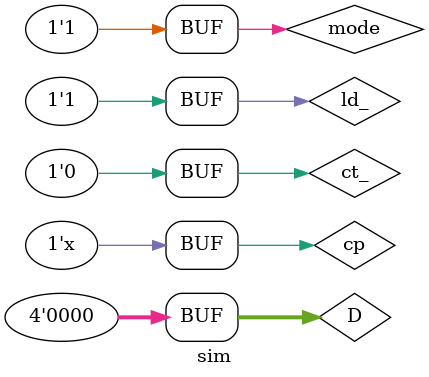
<source format=v>
`timescale 1ns / 1ps

module sim;
  reg ct_, ld_, mode, cp;
  reg  [3:0] D;
  wire [3:0] Q;
  wire Mm, RCO_;
  cnt uut (
      ct_,
      ld_,
      mode,
      cp,
      D,
      Q,
      Mm,
      RCO_
  );
  initial begin
    cp <= 0;
    ld_ <= 0;
    ct_ <= 1;
    mode <= 0;
    D <= 4'b0000;
    #10 ld_ <= 1;
    ct_ <= 0;
    #10 mode = 0;
  end
  initial begin
    #5000 mode = 1;
  end
  always #50 cp <= ~cp;
endmodule

</source>
